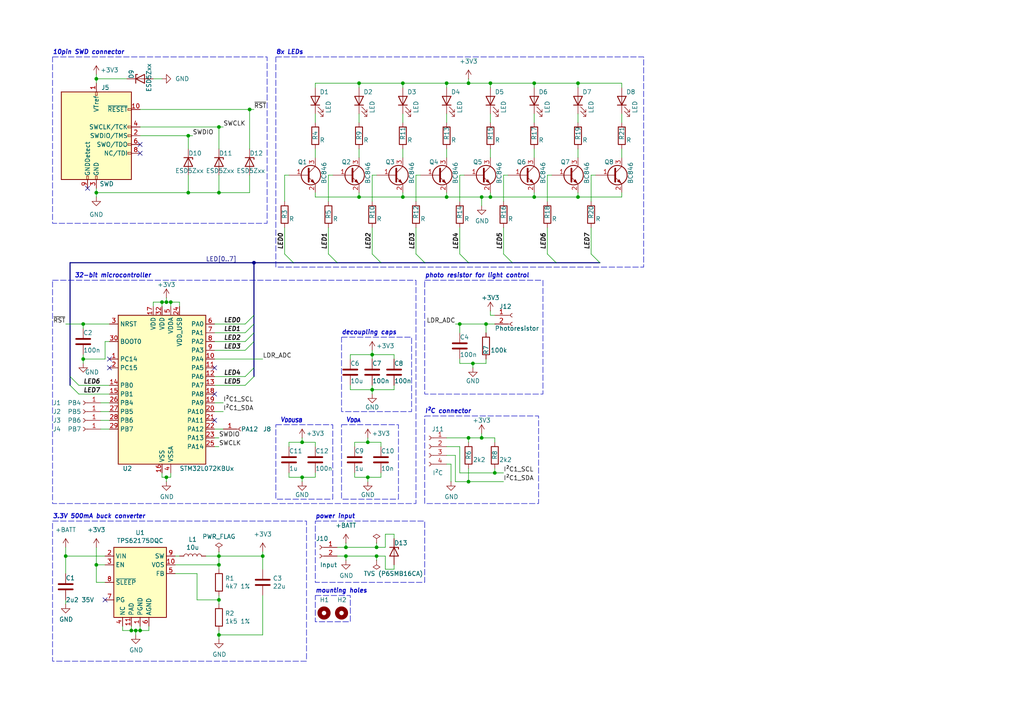
<source format=kicad_sch>
(kicad_sch (version 20231120) (generator "eeschema") (generator_version "8.0")
  (paper "A4")
  (junction (at 106.68 128.27))
  (junction (at 109.22 161.29))
  (junction (at 116.84 24.13))
  (junction (at 135.89 139.7))
  (junction (at 129.54 57.15))
  (junction (at 139.7 127))
  (junction (at 154.94 24.13))
  (junction (at 24.13 93.98))
  (junction (at 38.1 182.88))
  (junction (at 107.95 102.87))
  (junction (at 48.26 87.63))
  (junction (at 129.54 24.13))
  (junction (at 167.64 57.15))
  (junction (at 49.53 87.63))
  (junction (at 46.99 87.63))
  (junction (at 72.39 31.75))
  (junction (at 107.95 113.03))
  (junction (at 154.94 57.15))
  (junction (at 76.2 161.29))
  (junction (at 54.61 39.37))
  (junction (at 142.24 57.15))
  (junction (at 27.94 55.88))
  (junction (at 116.84 57.15))
  (junction (at 63.5 184.15))
  (junction (at 133.35 93.98))
  (junction (at 100.33 158.75))
  (junction (at 137.16 105.41))
  (junction (at 24.13 104.14))
  (junction (at 139.7 57.15))
  (junction (at 109.22 158.75))
  (junction (at 39.37 182.88))
  (junction (at 54.61 55.88))
  (junction (at 104.14 57.15))
  (junction (at 40.64 182.88))
  (junction (at 63.5 173.99))
  (junction (at 135.89 127))
  (junction (at 27.94 22.86))
  (junction (at 167.64 24.13))
  (junction (at 87.63 138.43))
  (junction (at 106.68 138.43))
  (junction (at 63.5 36.83))
  (junction (at 87.63 128.27))
  (junction (at 63.5 161.29))
  (junction (at 135.89 24.13))
  (junction (at 100.33 161.29))
  (junction (at 104.14 24.13))
  (junction (at 73.66 76.2))
  (junction (at 143.51 137.16))
  (junction (at 63.5 163.83))
  (junction (at 27.94 163.83))
  (junction (at 142.24 24.13))
  (junction (at 19.05 161.29))
  (junction (at 48.26 138.43))
  (junction (at 140.97 93.98))
  (junction (at 63.5 55.88))
  (no_connect (at 62.23 114.3))
  (no_connect (at 31.75 106.68))
  (no_connect (at 25.4 54.61))
  (no_connect (at 31.75 104.14))
  (no_connect (at 62.23 106.68))
  (no_connect (at 30.48 173.99))
  (no_connect (at 62.23 121.92))
  (no_connect (at 40.64 44.45))
  (no_connect (at 40.64 41.91))
  (bus_entry (at 82.55 73.66) (size 2.54 2.54))
  (bus_entry (at 158.75 73.66) (size 2.54 2.54))
  (bus_entry (at 107.95 73.66) (size 2.54 2.54))
  (bus_entry (at 71.12 101.6) (size 2.54 -2.54))
  (bus_entry (at 95.25 73.66) (size 2.54 2.54))
  (bus_entry (at 71.12 109.22) (size 2.54 -2.54))
  (bus_entry (at 71.12 93.98) (size 2.54 -2.54))
  (bus_entry (at 22.86 111.76) (size -2.54 -2.54))
  (bus_entry (at 171.45 73.66) (size 2.54 2.54))
  (bus_entry (at 120.65 73.66) (size 2.54 2.54))
  (bus_entry (at 71.12 111.76) (size 2.54 -2.54))
  (bus_entry (at 22.86 114.3) (size -2.54 -2.54))
  (bus_entry (at 133.35 73.66) (size 2.54 2.54))
  (bus_entry (at 146.05 73.66) (size 2.54 2.54))
  (bus_entry (at 71.12 96.52) (size 2.54 -2.54))
  (bus_entry (at 71.12 99.06) (size 2.54 -2.54))
  (wire (pts (xy 154.94 33.02) (xy 154.94 35.56)))
  (wire (pts (xy 111.76 158.75) (xy 111.76 154.94)))
  (wire (pts (xy 97.79 158.75) (xy 100.33 158.75)))
  (wire (pts (xy 146.05 66.04) (xy 146.05 73.66)))
  (wire (pts (xy 29.21 121.92) (xy 31.75 121.92)))
  (wire (pts (xy 129.54 132.08) (xy 132.08 132.08)))
  (wire (pts (xy 40.64 39.37) (xy 54.61 39.37)))
  (wire (pts (xy 63.5 175.26) (xy 63.5 173.99)))
  (bus (pts (xy 20.32 76.2) (xy 73.66 76.2)))
  (wire (pts (xy 106.68 128.27) (xy 110.49 128.27)))
  (wire (pts (xy 76.2 161.29) (xy 76.2 165.1)))
  (wire (pts (xy 62.23 101.6) (xy 71.12 101.6)))
  (wire (pts (xy 139.7 57.15) (xy 142.24 57.15)))
  (wire (pts (xy 104.14 55.88) (xy 104.14 57.15)))
  (wire (pts (xy 167.64 57.15) (xy 180.34 57.15)))
  (wire (pts (xy 104.14 57.15) (xy 116.84 57.15)))
  (wire (pts (xy 158.75 50.8) (xy 160.02 50.8)))
  (wire (pts (xy 104.14 33.02) (xy 104.14 35.56)))
  (wire (pts (xy 27.94 163.83) (xy 30.48 163.83)))
  (wire (pts (xy 87.63 138.43) (xy 91.44 138.43)))
  (wire (pts (xy 107.95 102.87) (xy 114.3 102.87)))
  (wire (pts (xy 72.39 55.88) (xy 72.39 50.8)))
  (wire (pts (xy 38.1 182.88) (xy 39.37 182.88)))
  (wire (pts (xy 27.94 55.88) (xy 27.94 57.15)))
  (wire (pts (xy 167.64 43.18) (xy 167.64 45.72)))
  (wire (pts (xy 130.81 139.7) (xy 130.81 134.62)))
  (bus (pts (xy 20.32 111.76) (xy 20.32 109.22)))
  (wire (pts (xy 171.45 66.04) (xy 171.45 73.66)))
  (bus (pts (xy 73.66 96.52) (xy 73.66 99.06)))
  (wire (pts (xy 27.94 168.91) (xy 30.48 168.91)))
  (wire (pts (xy 19.05 158.75) (xy 19.05 161.29)))
  (wire (pts (xy 114.3 111.76) (xy 114.3 113.03)))
  (wire (pts (xy 142.24 57.15) (xy 154.94 57.15)))
  (wire (pts (xy 129.54 55.88) (xy 129.54 57.15)))
  (wire (pts (xy 27.94 163.83) (xy 27.94 168.91)))
  (wire (pts (xy 139.7 125.73) (xy 139.7 127)))
  (wire (pts (xy 111.76 165.1) (xy 114.3 165.1)))
  (wire (pts (xy 107.95 101.6) (xy 107.95 102.87)))
  (wire (pts (xy 38.1 181.61) (xy 38.1 182.88)))
  (wire (pts (xy 40.64 31.75) (xy 72.39 31.75)))
  (bus (pts (xy 135.89 76.2) (xy 148.59 76.2)))
  (wire (pts (xy 100.33 157.48) (xy 100.33 158.75)))
  (wire (pts (xy 29.21 119.38) (xy 31.75 119.38)))
  (wire (pts (xy 102.87 128.27) (xy 102.87 129.54)))
  (wire (pts (xy 97.79 161.29) (xy 100.33 161.29)))
  (wire (pts (xy 132.08 139.7) (xy 135.89 139.7)))
  (wire (pts (xy 72.39 31.75) (xy 72.39 43.18)))
  (wire (pts (xy 109.22 158.75) (xy 100.33 158.75)))
  (wire (pts (xy 114.3 163.83) (xy 114.3 165.1)))
  (wire (pts (xy 19.05 175.26) (xy 19.05 173.99)))
  (wire (pts (xy 63.5 163.83) (xy 63.5 161.29)))
  (wire (pts (xy 129.54 127) (xy 135.89 127)))
  (wire (pts (xy 19.05 161.29) (xy 19.05 166.37)))
  (wire (pts (xy 158.75 66.04) (xy 158.75 73.66)))
  (wire (pts (xy 154.94 24.13) (xy 154.94 25.4)))
  (wire (pts (xy 91.44 25.4) (xy 91.44 24.13)))
  (wire (pts (xy 154.94 24.13) (xy 167.64 24.13)))
  (wire (pts (xy 40.64 181.61) (xy 40.64 182.88)))
  (wire (pts (xy 143.51 137.16) (xy 143.51 135.89)))
  (wire (pts (xy 100.33 161.29) (xy 109.22 161.29)))
  (wire (pts (xy 62.23 124.46) (xy 64.77 124.46)))
  (wire (pts (xy 129.54 134.62) (xy 130.81 134.62)))
  (wire (pts (xy 54.61 39.37) (xy 54.61 43.18)))
  (wire (pts (xy 114.3 154.94) (xy 114.3 156.21)))
  (wire (pts (xy 146.05 139.7) (xy 135.89 139.7)))
  (bus (pts (xy 73.66 99.06) (xy 73.66 106.68)))
  (wire (pts (xy 106.68 138.43) (xy 106.68 139.7)))
  (wire (pts (xy 132.08 93.98) (xy 133.35 93.98)))
  (wire (pts (xy 135.89 24.13) (xy 142.24 24.13)))
  (wire (pts (xy 154.94 43.18) (xy 154.94 45.72)))
  (wire (pts (xy 48.26 87.63) (xy 49.53 87.63)))
  (wire (pts (xy 82.55 66.04) (xy 82.55 73.66)))
  (wire (pts (xy 133.35 105.41) (xy 137.16 105.41)))
  (wire (pts (xy 171.45 50.8) (xy 171.45 58.42)))
  (bus (pts (xy 97.79 76.2) (xy 110.49 76.2)))
  (wire (pts (xy 167.64 33.02) (xy 167.64 35.56)))
  (wire (pts (xy 106.68 138.43) (xy 110.49 138.43)))
  (wire (pts (xy 107.95 66.04) (xy 107.95 73.66)))
  (wire (pts (xy 133.35 96.52) (xy 133.35 93.98)))
  (wire (pts (xy 111.76 161.29) (xy 111.76 165.1)))
  (wire (pts (xy 107.95 50.8) (xy 109.22 50.8)))
  (wire (pts (xy 39.37 184.15) (xy 39.37 182.88)))
  (wire (pts (xy 110.49 128.27) (xy 110.49 129.54)))
  (wire (pts (xy 76.2 172.72) (xy 76.2 184.15)))
  (wire (pts (xy 172.72 50.8) (xy 171.45 50.8)))
  (bus (pts (xy 85.09 76.2) (xy 97.79 76.2)))
  (wire (pts (xy 91.44 43.18) (xy 91.44 45.72)))
  (wire (pts (xy 54.61 55.88) (xy 54.61 50.8)))
  (wire (pts (xy 50.8 163.83) (xy 63.5 163.83)))
  (wire (pts (xy 62.23 93.98) (xy 71.12 93.98)))
  (wire (pts (xy 129.54 43.18) (xy 129.54 45.72)))
  (wire (pts (xy 180.34 33.02) (xy 180.34 35.56)))
  (wire (pts (xy 116.84 55.88) (xy 116.84 57.15)))
  (wire (pts (xy 57.15 166.37) (xy 50.8 166.37)))
  (wire (pts (xy 101.6 102.87) (xy 107.95 102.87)))
  (wire (pts (xy 135.89 127) (xy 139.7 127)))
  (wire (pts (xy 142.24 24.13) (xy 154.94 24.13)))
  (wire (pts (xy 24.13 93.98) (xy 24.13 95.25)))
  (wire (pts (xy 35.56 181.61) (xy 35.56 182.88)))
  (wire (pts (xy 116.84 24.13) (xy 129.54 24.13)))
  (wire (pts (xy 139.7 127) (xy 143.51 127)))
  (wire (pts (xy 139.7 57.15) (xy 139.7 59.69)))
  (wire (pts (xy 24.13 102.87) (xy 24.13 104.14)))
  (wire (pts (xy 133.35 129.54) (xy 129.54 129.54)))
  (wire (pts (xy 158.75 58.42) (xy 158.75 50.8)))
  (wire (pts (xy 111.76 154.94) (xy 114.3 154.94)))
  (wire (pts (xy 52.07 87.63) (xy 52.07 88.9)))
  (wire (pts (xy 135.89 128.27) (xy 135.89 127)))
  (bus (pts (xy 110.49 76.2) (xy 123.19 76.2)))
  (wire (pts (xy 107.95 113.03) (xy 114.3 113.03)))
  (wire (pts (xy 116.84 43.18) (xy 116.84 45.72)))
  (wire (pts (xy 109.22 158.75) (xy 111.76 158.75)))
  (wire (pts (xy 87.63 128.27) (xy 91.44 128.27)))
  (bus (pts (xy 73.66 76.2) (xy 85.09 76.2)))
  (wire (pts (xy 91.44 137.16) (xy 91.44 138.43)))
  (wire (pts (xy 134.62 50.8) (xy 133.35 50.8)))
  (wire (pts (xy 27.94 55.88) (xy 54.61 55.88)))
  (wire (pts (xy 135.89 139.7) (xy 135.89 135.89)))
  (wire (pts (xy 62.23 111.76) (xy 71.12 111.76)))
  (wire (pts (xy 120.65 66.04) (xy 120.65 73.66)))
  (wire (pts (xy 30.48 104.14) (xy 30.48 99.06)))
  (wire (pts (xy 95.25 66.04) (xy 95.25 73.66)))
  (wire (pts (xy 57.15 173.99) (xy 57.15 166.37)))
  (wire (pts (xy 43.18 182.88) (xy 43.18 181.61)))
  (wire (pts (xy 83.82 137.16) (xy 83.82 138.43)))
  (wire (pts (xy 83.82 128.27) (xy 87.63 128.27)))
  (wire (pts (xy 83.82 128.27) (xy 83.82 129.54)))
  (wire (pts (xy 106.68 128.27) (xy 102.87 128.27)))
  (wire (pts (xy 91.44 55.88) (xy 91.44 57.15)))
  (wire (pts (xy 101.6 113.03) (xy 107.95 113.03)))
  (wire (pts (xy 24.13 93.98) (xy 31.75 93.98)))
  (wire (pts (xy 142.24 90.17) (xy 142.24 91.44)))
  (wire (pts (xy 109.22 161.29) (xy 111.76 161.29)))
  (wire (pts (xy 62.23 129.54) (xy 63.5 129.54)))
  (bus (pts (xy 73.66 106.68) (xy 73.66 109.22)))
  (wire (pts (xy 48.26 138.43) (xy 49.53 138.43)))
  (wire (pts (xy 142.24 43.18) (xy 142.24 45.72)))
  (wire (pts (xy 31.75 114.3) (xy 22.86 114.3)))
  (wire (pts (xy 146.05 137.16) (xy 143.51 137.16)))
  (wire (pts (xy 116.84 33.02) (xy 116.84 35.56)))
  (bus (pts (xy 73.66 93.98) (xy 73.66 96.52)))
  (wire (pts (xy 62.23 116.84) (xy 64.77 116.84)))
  (bus (pts (xy 73.66 91.44) (xy 73.66 93.98)))
  (wire (pts (xy 63.5 55.88) (xy 54.61 55.88)))
  (wire (pts (xy 46.99 87.63) (xy 48.26 87.63)))
  (wire (pts (xy 154.94 57.15) (xy 167.64 57.15)))
  (wire (pts (xy 62.23 96.52) (xy 71.12 96.52)))
  (wire (pts (xy 27.94 54.61) (xy 27.94 55.88)))
  (wire (pts (xy 101.6 111.76) (xy 101.6 113.03)))
  (wire (pts (xy 167.64 24.13) (xy 167.64 25.4)))
  (wire (pts (xy 49.53 137.16) (xy 49.53 138.43)))
  (wire (pts (xy 129.54 24.13) (xy 129.54 25.4)))
  (wire (pts (xy 35.56 182.88) (xy 38.1 182.88)))
  (wire (pts (xy 19.05 161.29) (xy 30.48 161.29)))
  (wire (pts (xy 83.82 138.43) (xy 87.63 138.43)))
  (wire (pts (xy 62.23 127) (xy 63.5 127)))
  (wire (pts (xy 76.2 160.02) (xy 76.2 161.29)))
  (wire (pts (xy 146.05 58.42) (xy 146.05 50.8)))
  (wire (pts (xy 19.05 93.98) (xy 24.13 93.98)))
  (wire (pts (xy 31.75 111.76) (xy 22.86 111.76)))
  (wire (pts (xy 63.5 173.99) (xy 57.15 173.99)))
  (wire (pts (xy 24.13 104.14) (xy 24.13 105.41)))
  (bus (pts (xy 148.59 76.2) (xy 161.29 76.2)))
  (wire (pts (xy 87.63 138.43) (xy 87.63 139.7)))
  (wire (pts (xy 106.68 138.43) (xy 102.87 138.43)))
  (wire (pts (xy 62.23 119.38) (xy 64.77 119.38)))
  (wire (pts (xy 29.21 124.46) (xy 31.75 124.46)))
  (wire (pts (xy 142.24 33.02) (xy 142.24 35.56)))
  (wire (pts (xy 140.97 93.98) (xy 140.97 96.52)))
  (wire (pts (xy 59.69 161.29) (xy 63.5 161.29)))
  (wire (pts (xy 48.26 138.43) (xy 48.26 139.7)))
  (wire (pts (xy 140.97 93.98) (xy 143.51 93.98)))
  (wire (pts (xy 133.35 66.04) (xy 133.35 73.66)))
  (wire (pts (xy 27.94 22.86) (xy 27.94 24.13)))
  (wire (pts (xy 46.99 87.63) (xy 46.99 88.9)))
  (wire (pts (xy 49.53 87.63) (xy 49.53 88.9)))
  (wire (pts (xy 49.53 87.63) (xy 52.07 87.63)))
  (wire (pts (xy 129.54 57.15) (xy 139.7 57.15)))
  (wire (pts (xy 132.08 132.08) (xy 132.08 139.7)))
  (wire (pts (xy 167.64 24.13) (xy 180.34 24.13)))
  (wire (pts (xy 27.94 158.75) (xy 27.94 163.83)))
  (wire (pts (xy 30.48 99.06) (xy 31.75 99.06)))
  (wire (pts (xy 40.64 36.83) (xy 63.5 36.83)))
  (wire (pts (xy 91.44 128.27) (xy 91.44 129.54)))
  (wire (pts (xy 154.94 55.88) (xy 154.94 57.15)))
  (wire (pts (xy 116.84 24.13) (xy 116.84 25.4)))
  (bus (pts (xy 161.29 76.2) (xy 173.99 76.2)))
  (wire (pts (xy 180.34 43.18) (xy 180.34 45.72)))
  (wire (pts (xy 87.63 127) (xy 87.63 128.27)))
  (wire (pts (xy 63.5 161.29) (xy 76.2 161.29)))
  (wire (pts (xy 63.5 185.42) (xy 63.5 184.15)))
  (wire (pts (xy 82.55 58.42) (xy 82.55 50.8)))
  (wire (pts (xy 180.34 57.15) (xy 180.34 55.88)))
  (wire (pts (xy 116.84 57.15) (xy 129.54 57.15)))
  (wire (pts (xy 167.64 55.88) (xy 167.64 57.15)))
  (wire (pts (xy 27.94 21.59) (xy 27.94 22.86)))
  (wire (pts (xy 44.45 88.9) (xy 44.45 87.63)))
  (wire (pts (xy 142.24 55.88) (xy 142.24 57.15)))
  (wire (pts (xy 29.21 116.84) (xy 31.75 116.84)))
  (wire (pts (xy 101.6 102.87) (xy 101.6 104.14)))
  (wire (pts (xy 46.99 137.16) (xy 46.99 138.43)))
  (wire (pts (xy 63.5 165.1) (xy 63.5 163.83)))
  (wire (pts (xy 142.24 24.13) (xy 142.24 25.4)))
  (wire (pts (xy 44.45 87.63) (xy 46.99 87.63)))
  (wire (pts (xy 104.14 24.13) (xy 116.84 24.13)))
  (wire (pts (xy 114.3 102.87) (xy 114.3 104.14)))
  (wire (pts (xy 107.95 102.87) (xy 107.95 104.14)))
  (wire (pts (xy 46.99 22.86) (xy 44.45 22.86)))
  (wire (pts (xy 54.61 39.37) (xy 55.88 39.37)))
  (wire (pts (xy 106.68 127) (xy 106.68 128.27)))
  (wire (pts (xy 120.65 50.8) (xy 121.92 50.8)))
  (bus (pts (xy 73.66 76.2) (xy 73.66 91.44)))
  (wire (pts (xy 63.5 36.83) (xy 64.77 36.83)))
  (wire (pts (xy 133.35 104.14) (xy 133.35 105.41)))
  (wire (pts (xy 143.51 137.16) (xy 133.35 137.16)))
  (wire (pts (xy 135.89 22.86) (xy 135.89 24.13)))
  (bus (pts (xy 20.32 109.22) (xy 20.32 76.2)))
  (wire (pts (xy 137.16 105.41) (xy 137.16 106.68)))
  (wire (pts (xy 109.22 157.48) (xy 109.22 158.75)))
  (wire (pts (xy 133.35 50.8) (xy 133.35 58.42)))
  (wire (pts (xy 63.5 36.83) (xy 63.5 43.18)))
  (wire (pts (xy 63.5 55.88) (xy 72.39 55.88)))
  (wire (pts (xy 107.95 111.76) (xy 107.95 113.03)))
  (wire (pts (xy 48.26 86.36) (xy 48.26 87.63)))
  (wire (pts (xy 107.95 113.03) (xy 107.95 114.3)))
  (wire (pts (xy 72.39 31.75) (xy 73.66 31.75)))
  (wire (pts (xy 133.35 137.16) (xy 133.35 129.54)))
  (wire (pts (xy 63.5 173.99) (xy 63.5 172.72)))
  (wire (pts (xy 63.5 50.8) (xy 63.5 55.88)))
  (wire (pts (xy 109.22 161.29) (xy 109.22 162.56)))
  (wire (pts (xy 140.97 104.14) (xy 140.97 105.41)))
  (wire (pts (xy 95.25 50.8) (xy 95.25 58.42)))
  (wire (pts (xy 104.14 24.13) (xy 104.14 25.4)))
  (wire (pts (xy 129.54 33.02) (xy 129.54 35.56)))
  (wire (pts (xy 62.23 99.06) (xy 71.12 99.06)))
  (wire (pts (xy 100.33 161.29) (xy 100.33 162.56)))
  (wire (pts (xy 137.16 105.41) (xy 140.97 105.41)))
  (wire (pts (xy 110.49 137.16) (xy 110.49 138.43)))
  (wire (pts (xy 180.34 24.13) (xy 180.34 25.4)))
  (wire (pts (xy 63.5 161.29) (xy 63.5 160.02)))
  (wire (pts (xy 104.14 43.18) (xy 104.14 45.72)))
  (wire (pts (xy 62.23 104.14) (xy 76.2 104.14)))
  (wire (pts (xy 143.51 127) (xy 143.51 128.27)))
  (wire (pts (xy 40.64 182.88) (xy 43.18 182.88)))
  (wire (pts (xy 36.83 22.86) (xy 27.94 22.86)))
  (wire (pts (xy 63.5 184.15) (xy 63.5 182.88)))
  (wire (pts (xy 24.13 104.14) (xy 30.48 104.14)))
  (wire (pts (xy 39.37 182.88) (xy 40.64 182.88)))
  (wire (pts (xy 91.44 33.02) (xy 91.44 35.56)))
  (wire (pts (xy 146.05 50.8) (xy 147.32 50.8)))
  (wire (pts (xy 96.52 50.8) (xy 95.25 50.8)))
  (wire (pts (xy 91.44 57.15) (xy 104.14 57.15)))
  (wire (pts (xy 129.54 24.13) (xy 135.89 24.13)))
  (wire (pts (xy 62.23 109.22) (xy 71.12 109.22)))
  (wire (pts (xy 107.95 58.42) (xy 107.95 50.8)))
  (wire (pts (xy 52.07 161.29) (xy 50.8 161.29)))
  (wire (pts (xy 46.99 138.43) (xy 48.26 138.43)))
  (wire (pts (xy 102.87 137.16) (xy 102.87 138.43)))
  (wire (pts (xy 91.44 24.13) (xy 104.14 24.13)))
  (wire (pts (xy 82.55 50.8) (xy 83.82 50.8)))
  (bus (pts (xy 123.19 76.2) (xy 135.89 76.2)))
  (wire (pts (xy 120.65 58.42) (xy 120.65 50.8)))
  (wire (pts (xy 133.35 93.98) (xy 140.97 93.98)))
  (wire (pts (xy 143.51 91.44) (xy 142.24 91.44)))
  (wire (pts (xy 76.2 184.15) (xy 63.5 184.15)))
  (rectangle (start 91.44 151.13) (end 123.19 168.91) (stroke (width 0) (type dash)))
  (rectangle (start 80.01 123.19) (end 96.52 144.78) (stroke (width 0) (type dash)))
  (rectangle (start 80.01 16.51) (end 186.69 77.47) (stroke (width 0) (type dash)))
  (rectangle (start 123.19 81.28) (end 157.48 114.3) (stroke (width 0) (type dash)))
  (rectangle (start 91.44 172.72) (end 101.6 180.34) (stroke (width 0) (type dash)))
  (rectangle (start 15.24 81.28) (end 120.65 146.05) (stroke (width 0) (type dash)))
  (rectangle (start 99.06 123.19) (end 115.57 144.78) (stroke (width 0) (type dash)))
  (rectangle (start 99.06 97.79) (end 119.38 119.38) (stroke (width 0) (type dash)))
  (rectangle (start 15.24 151.13) (end 88.9 191.77) (stroke (width 0) (type dash)))
  (rectangle (start 15.24 16.51) (end 77.47 64.77) (stroke (width 0) (type dash)))
  (rectangle (start 123.19 120.65) (end 156.21 146.05) (stroke (width 0) (type dash)))
  (text "power input" (at 91.44 149.86 0) (effects (font (size 1.27 1.27) (thickness 0.254) (bold yes) (italic yes)) (justify left)))
  (text "mounting holes" (at 91.44 171.45 0) (effects (font (size 1.27 1.27) (thickness 0.254) (bold yes) (italic yes)) (justify left)))
  (text "3.3V 500mA buck converter" (at 15.24 149.86 0) (effects (font (size 1.27 1.27) (thickness 0.254) (bold yes) (italic yes)) (justify left)))
  (text "10pin SWD connector" (at 15.24 15.24 0) (effects (font (size 1.27 1.27) (thickness 0.254) (bold yes) (italic yes)) (justify left)))
  (text "8x LEDs" (at 80.01 15.24 0) (effects (font (size 1.27 1.27) (thickness 0.254) (bold yes) (italic yes)) (justify left)))
  (text "V_{DDA}" (at 100.33 121.92 0) (effects (font (size 1.27 1.27) (thickness 0.254) (bold yes) (italic yes)) (justify left)))
  (text "32-bit microcontroller" (at 21.59 80.01 0) (effects (font (size 1.27 1.27) (thickness 0.254) (bold yes) (italic yes)) (justify left)))
  (text "decoupling caps" (at 99.06 96.52 0) (effects (font (size 1.27 1.27) (thickness 0.254) (bold yes) (italic yes)) (justify left)))
  (text "V_{DDUSB}\n" (at 81.28 121.92 0) (effects (font (size 1.27 1.27) (thickness 0.254) (bold yes) (italic yes)) (justify left)))
  (text "photo resistor for light control" (at 123.19 80.01 0) (effects (font (size 1.27 1.27) (thickness 0.254) (bold yes) (italic yes)) (justify left)))
  (text "I²C connector" (at 123.19 119.38 0) (effects (font (size 1.27 1.27) (thickness 0.254) (bold yes) (italic yes)) (justify left)))
  (label "I²C1_SDA" (at 146.05 139.7 0))
  (label "LED7" (at 171.45 72.39 90) (effects (font (bold yes) (italic yes))))
  (label "I²C1_SDA" (at 64.77 119.38 0))
  (label "~{RST}" (at 19.05 93.98 180))
  (label "LED[0..7]" (at 59.69 76.2 0))
  (label "LED3" (at 120.65 72.39 90) (effects (font (bold yes) (italic yes))))
  (label "LED1" (at 69.85 96.52 180) (effects (font (bold yes) (italic yes))))
  (label "LED7" (at 24.13 114.3 0) (effects (font (bold yes) (italic yes))))
  (label "LED0" (at 69.85 93.98 180) (effects (font (bold yes) (italic yes))))
  (label "LED1" (at 95.25 72.39 90) (effects (font (bold yes) (italic yes))))
  (label "LED4" (at 69.85 109.22 180) (effects (font (bold yes) (italic yes))))
  (label "LED5" (at 69.85 111.76 180) (effects (font (bold yes) (italic yes))))
  (label "LDR_ADC" (at 76.2 104.14 0))
  (label "SWCLK" (at 64.77 36.83 0))
  (label "LED5" (at 146.05 72.39 90) (effects (font (bold yes) (italic yes))))
  (label "LED6" (at 24.13 111.76 0) (effects (font (bold yes) (italic yes))))
  (label "LED3" (at 69.85 101.6 180) (effects (font (bold yes) (italic yes))))
  (label "I²C1_SCL" (at 64.77 116.84 0))
  (label "LED6" (at 158.75 72.39 90) (effects (font (bold yes) (italic yes))))
  (label "I²C1_SCL" (at 146.05 137.16 0))
  (label "SWDIO" (at 55.88 39.37 0))
  (label "LED0" (at 82.55 72.39 90) (effects (font (bold yes) (italic yes))))
  (label "LED4" (at 133.35 72.39 90) (effects (font (bold yes) (italic yes))))
  (label "SWDIO" (at 63.5 127 0))
  (label "~{RST}" (at 73.66 31.75 0))
  (label "LED2" (at 107.95 72.39 90) (effects (font (bold yes) (italic yes))))
  (label "LDR_ADC" (at 132.08 93.98 180))
  (label "LED2" (at 69.85 99.06 180) (effects (font (bold yes) (italic yes))))
  (label "SWCLK" (at 63.5 129.54 0))
  (symbol (lib_id "power:GND") (at 100.33 162.56 0) (unit 1)
    (property "Reference" "#PWR015" (effects (hide yes)))
    (property "Value" "GND" (at 100.457 166.9542 0))
    (property "Description" "Power symbol creates a global label with name \"GND\" , ground" (effects (hide yes)))
  )
  (symbol (lib_id "Device:R") (at 146.05 62.23 0) (unit 1)
    (property "Reference" "R16" (at 146.05 63.5 90) (effects (justify left)))
    (property "Value" "R" (at 147.32 63.5 0) (effects (justify left)))
    (property "Footprint" "Resistor_SMD:R_0603_1608Metric_Pad0.98x0.95mm_HandSolder" (effects (hide yes)))
    (property "Description" "Resistor" (effects (hide yes)))
  )
  (symbol (lib_id "Device:L") (at 55.88 161.29 90) (unit 1)
    (property "Reference" "L1" (at 55.88 156.464 90))
    (property "Value" "10u" (at 55.88 158.7754 90))
    (property "Footprint" "Inductor_SMD:L_1210_3225Metric" (effects (hide yes)))
    (property "Description" "Inductor" (effects (hide yes)))
  )
  (symbol (lib_id "Connector:Conn_01x01_Socket") (at 24.13 116.84 180) (unit 1)
    (property "Reference" "J1" (at 16.51 116.84 0))
    (property "Value" "PB4" (at 21.59 116.84 0))
    (property "Footprint" "Connector_PinHeader_2.54mm:PinHeader_1x01_P2.54mm_Vertical" (effects (hide yes)))
    (property "Description" "Generic connector, single row, 01x01, script generated" (effects (hide yes)))
  )
  (symbol (lib_id "Transistor_BJT:BC847") (at 152.4 50.8 0) (unit 1)
    (property "Reference" "Q6" (at 149.86 46.99 0) (effects (justify left)))
    (property "Value" "BC846" (at 157.48 53.34 90) (effects (justify left)))
    (property "Footprint" "Package_TO_SOT_SMD:SOT-23" (effects (hide yes)))
    (property "Datasheet" "http://www.infineon.com/dgdl/Infineon-BC847SERIES_BC848SERIES_BC849SERIES_BC850SERIES-DS-v01_01-en.pdf?fileId=db3a304314dca389011541d4630a1657" (effects (hide yes)))
    (property "Description" "0.1A Ic, 45V Vce, NPN Transistor, SOT-23" (effects (hide yes)))
  )
  (symbol (lib_id "Device:C") (at 114.3 107.95 0) (unit 1)
    (property "Reference" "C8" (at 114.3 105.41 0) (effects (justify left)))
    (property "Value" "100n" (at 114.3 110.49 0) (effects (justify left)))
    (property "Footprint" "Capacitor_SMD:C_0603_1608Metric_Pad1.08x0.95mm_HandSolder" (effects (hide yes)))
    (property "Description" "Unpolarized capacitor" (effects (hide yes)))
  )
  (symbol (lib_id "Device:R") (at 63.5 179.07 0) (unit 1)
    (property "Reference" "R2" (at 65.278 177.9016 0) (effects (justify left)))
    (property "Value" "1k5 1%" (at 65.278 180.213 0) (effects (justify left)))
    (property "Footprint" "Resistor_SMD:R_0603_1608Metric_Pad0.98x0.95mm_HandSolder" (effects (hide yes)))
    (property "Description" "Resistor" (effects (hide yes)))
  )
  (symbol (lib_id "Device:R") (at 154.94 39.37 0) (unit 1)
    (property "Reference" "R17" (at 154.94 40.64 90) (effects (justify left)))
    (property "Value" "R" (at 156.21 40.64 0) (effects (justify left)))
    (property "Footprint" "Resistor_SMD:R_0603_1608Metric_Pad0.98x0.95mm_HandSolder" (effects (hide yes)))
    (property "Description" "Resistor" (effects (hide yes)))
  )
  (symbol (lib_id "power:GND") (at 139.7 59.69 0) (unit 1)
    (property "Reference" "#PWR020" (effects (hide yes)))
    (property "Value" "GND" (at 139.827 64.0842 0))
    (property "Description" "Power symbol creates a global label with name \"GND\" , ground" (effects (hide yes)))
  )
  (symbol (lib_id "Diode:ESD5Zxx") (at 63.5 46.99 270) (unit 1)
    (property "Reference" "D11" (at 63.5 44.45 90) (effects (justify left)))
    (property "Value" "ESD5Zxx" (at 59.69 49.53 90) (effects (justify left)))
    (property "Footprint" "Diode_SMD:D_SOD-523" (effects (hide yes)))
    (property "Datasheet" "https://www.onsemi.com/pdf/datasheet/esd5z2.5t1-d.pdf" (effects (hide yes)))
    (property "Description" "ESD Protection Diode, SOD-523" (effects (hide yes)))
  )
  (symbol (lib_id "Device:C") (at 24.13 99.06 0) (unit 1)
    (property "Reference" "C2" (at 24.13 96.52 0) (effects (justify left)))
    (property "Value" "100n" (at 24.13 101.6 0) (effects (justify left)))
    (property "Footprint" "Capacitor_SMD:C_0603_1608Metric_Pad1.08x0.95mm_HandSolder" (effects (hide yes)))
    (property "Description" "Unpolarized capacitor" (effects (hide yes)))
  )
  (symbol (lib_id "Device:LED") (at 91.44 29.21 90) (unit 1)
    (property "Reference" "D1" (at 92.71 26.67 90) (effects (justify right)))
    (property "Value" "LED" (at 95.25 29.21 0) (effects (justify right)))
    (property "Footprint" "LED_THT:LED_D5.0mm_Horizontal_O3.81mm_Z3.0mm" (effects (hide yes)))
    (property "Description" "Light emitting diode" (effects (hide yes)))
  )
  (symbol (lib_id "Transistor_BJT:BC847") (at 88.9 50.8 0) (unit 1)
    (property "Reference" "Q1" (at 86.36 46.99 0) (effects (justify left)))
    (property "Value" "BC846" (at 93.98 53.34 90) (effects (justify left)))
    (property "Footprint" "Package_TO_SOT_SMD:SOT-23" (effects (hide yes)))
    (property "Datasheet" "http://www.infineon.com/dgdl/Infineon-BC847SERIES_BC848SERIES_BC849SERIES_BC850SERIES-DS-v01_01-en.pdf?fileId=db3a304314dca389011541d4630a1657" (effects (hide yes)))
    (property "Description" "0.1A Ic, 45V Vce, NPN Transistor, SOT-23" (effects (hide yes)))
  )
  (symbol (lib_id "power:+3V3") (at 106.68 127 0) (unit 1)
    (property "Reference" "#PWR021" (effects (hide yes)))
    (property "Value" "+3V3" (at 110.49 125.73 0))
    (property "Description" "Power symbol creates a global label with name \"+3V3\"" (effects (hide yes)))
  )
  (symbol (lib_id "Transistor_BJT:BC847") (at 177.8 50.8 0) (unit 1)
    (property "Reference" "Q8" (at 175.26 46.99 0) (effects (justify left)))
    (property "Value" "BC846" (at 182.88 53.34 90) (effects (justify left)))
    (property "Footprint" "Package_TO_SOT_SMD:SOT-23" (effects (hide yes)))
    (property "Datasheet" "http://www.infineon.com/dgdl/Infineon-BC847SERIES_BC848SERIES_BC849SERIES_BC850SERIES-DS-v01_01-en.pdf?fileId=db3a304314dca389011541d4630a1657" (effects (hide yes)))
    (property "Description" "0.1A Ic, 45V Vce, NPN Transistor, SOT-23" (effects (hide yes)))
  )
  (symbol (lib_id "power:+3V3") (at 27.94 158.75 0) (unit 1)
    (property "Reference" "#PWR06" (effects (hide yes)))
    (property "Value" "+3V3" (at 27.94 153.67 0))
    (property "Description" "Power symbol creates a global label with name \"+3V3\"" (effects (hide yes)))
  )
  (symbol (lib_id "Transistor_BJT:BC847") (at 165.1 50.8 0) (unit 1)
    (property "Reference" "Q7" (at 162.56 46.99 0) (effects (justify left)))
    (property "Value" "BC846" (at 170.18 53.34 90) (effects (justify left)))
    (property "Footprint" "Package_TO_SOT_SMD:SOT-23" (effects (hide yes)))
    (property "Datasheet" "http://www.infineon.com/dgdl/Infineon-BC847SERIES_BC848SERIES_BC849SERIES_BC850SERIES-DS-v01_01-en.pdf?fileId=db3a304314dca389011541d4630a1657" (effects (hide yes)))
    (property "Description" "0.1A Ic, 45V Vce, NPN Transistor, SOT-23" (effects (hide yes)))
  )
  (symbol (lib_id "Mechanical:MountingHole") (at 99.06 177.8 0) (unit 1) (exclude_from_sim yes) (in_bom no)
    (property "Reference" "H2" (at 97.79 173.99 0) (effects (justify left)))
    (property "Value" "MountingHole" (effects (hide yes)))
    (property "Footprint" "MountingHole:MountingHole_3.2mm_M3_ISO14580" (effects (hide yes)))
    (property "Description" "Mounting Hole without connection" (effects (hide yes)))
  )
  (symbol (lib_id "power:GND") (at 130.81 139.7 0) (unit 1)
    (property "Reference" "#PWR013" (effects (hide yes)))
    (property "Value" "GND" (at 130.937 144.0942 0))
    (property "Description" "Power symbol creates a global label with name \"GND\" , ground" (effects (hide yes)))
  )
  (symbol (lib_id "Device:LED") (at 104.14 29.21 90) (unit 1)
    (property "Reference" "D2" (at 105.41 26.67 90) (effects (justify right)))
    (property "Value" "LED" (at 107.95 29.21 0) (effects (justify right)))
    (property "Footprint" "LED_THT:LED_D5.0mm_Horizontal_O3.81mm_Z3.0mm" (effects (hide yes)))
    (property "Description" "Light emitting diode" (effects (hide yes)))
  )
  (symbol (lib_id "Connector:Conn_01x01_Socket") (at 24.13 121.92 180) (unit 1)
    (property "Reference" "J3" (at 16.51 121.92 0))
    (property "Value" "PB6" (at 21.59 121.92 0))
    (property "Footprint" "Connector_PinHeader_2.54mm:PinHeader_1x01_P2.54mm_Vertical" (effects (hide yes)))
    (property "Description" "Generic connector, single row, 01x01, script generated" (effects (hide yes)))
  )
  (symbol (lib_id "power:GND") (at 87.63 139.7 0) (unit 1)
    (property "Reference" "#PWR025" (effects (hide yes)))
    (property "Value" "GND" (at 87.63 143.51 0))
    (property "Description" "Power symbol creates a global label with name \"GND\" , ground" (effects (hide yes)))
  )
  (symbol (lib_id "Device:R") (at 135.89 132.08 0) (unit 1)
    (property "Reference" "R6" (at 135.89 133.35 90) (effects (justify left)))
    (property "Value" "2k2" (at 137.16 133.35 0) (effects (justify left)))
    (property "Footprint" "Resistor_SMD:R_0603_1608Metric_Pad0.98x0.95mm_HandSolder" (effects (hide yes)))
    (property "Description" "Resistor" (effects (hide yes)))
  )
  (symbol (lib_id "Device:LED") (at 129.54 29.21 90) (unit 1)
    (property "Reference" "D4" (at 130.81 26.67 90) (effects (justify right)))
    (property "Value" "LED" (at 133.35 29.21 0) (effects (justify right)))
    (property "Footprint" "LED_THT:LED_D5.0mm_Horizontal_O3.81mm_Z3.0mm" (effects (hide yes)))
    (property "Description" "Light emitting diode" (effects (hide yes)))
  )
  (symbol (lib_id "Device:R") (at 129.54 39.37 0) (unit 1)
    (property "Reference" "R13" (at 129.54 40.64 90) (effects (justify left)))
    (property "Value" "R" (at 130.81 40.64 0) (effects (justify left)))
    (property "Footprint" "Resistor_SMD:R_0603_1608Metric_Pad0.98x0.95mm_HandSolder" (effects (hide yes)))
    (property "Description" "Resistor" (effects (hide yes)))
  )
  (symbol (lib_id "Connector:Conn_01x01_Socket") (at 24.13 119.38 180) (unit 1)
    (property "Reference" "J2" (at 16.51 119.38 0))
    (property "Value" "PB5" (at 21.59 119.38 0))
    (property "Footprint" "Connector_PinHeader_2.54mm:PinHeader_1x01_P2.54mm_Vertical" (effects (hide yes)))
    (property "Description" "Generic connector, single row, 01x01, script generated" (effects (hide yes)))
  )
  (symbol (lib_id "Device:C") (at 83.82 133.35 0) (unit 1)
    (property "Reference" "C11" (at 83.82 130.81 0) (effects (justify left)))
    (property "Value" "1u" (at 83.82 135.89 0) (effects (justify left)))
    (property "Footprint" "Capacitor_SMD:C_0603_1608Metric_Pad1.08x0.95mm_HandSolder" (effects (hide yes)))
    (property "Description" "Unpolarized capacitor" (effects (hide yes)))
  )
  (symbol (lib_id "Device:LED") (at 180.34 29.21 90) (unit 1)
    (property "Reference" "D8" (at 181.61 26.67 90) (effects (justify right)))
    (property "Value" "LED" (at 184.15 29.21 0) (effects (justify right)))
    (property "Footprint" "LED_THT:LED_D5.0mm_Horizontal_O3.81mm_Z3.0mm" (effects (hide yes)))
    (property "Description" "Light emitting diode" (effects (hide yes)))
  )
  (symbol (lib_id "Transistor_BJT:BC847") (at 101.6 50.8 0) (unit 1)
    (property "Reference" "Q2" (at 99.06 46.99 0) (effects (justify left)))
    (property "Value" "BC846" (at 106.68 53.34 90) (effects (justify left)))
    (property "Footprint" "Package_TO_SOT_SMD:SOT-23" (effects (hide yes)))
    (property "Datasheet" "http://www.infineon.com/dgdl/Infineon-BC847SERIES_BC848SERIES_BC849SERIES_BC850SERIES-DS-v01_01-en.pdf?fileId=db3a304314dca389011541d4630a1657" (effects (hide yes)))
    (property "Description" "0.1A Ic, 45V Vce, NPN Transistor, SOT-23" (effects (hide yes)))
  )
  (symbol (lib_id "Mechanical:MountingHole") (at 93.98 177.8 0) (unit 1) (exclude_from_sim yes) (in_bom no)
    (property "Reference" "H1" (at 92.71 173.99 0) (effects (justify left)))
    (property "Value" "MountingHole" (effects (hide yes)))
    (property "Footprint" "MountingHole:MountingHole_3.2mm_M3_ISO14580" (effects (hide yes)))
    (property "Description" "Mounting Hole without connection" (effects (hide yes)))
  )
  (symbol (lib_id "Connector:Conn_01x01_Socket") (at 24.13 124.46 180) (unit 1)
    (property "Reference" "J4" (at 16.51 124.46 0))
    (property "Value" "PB7" (at 21.59 124.46 0))
    (property "Footprint" "Connector_PinHeader_2.54mm:PinHeader_1x01_P2.54mm_Vertical" (effects (hide yes)))
    (property "Description" "Generic connector, single row, 01x01, script generated" (effects (hide yes)))
  )
  (symbol (lib_id "Device:C") (at 110.49 133.35 0) (unit 1)
    (property "Reference" "C10" (at 110.49 130.81 0) (effects (justify left)))
    (property "Value" "10n" (at 110.49 135.89 0) (effects (justify left)))
    (property "Footprint" "Capacitor_SMD:C_0603_1608Metric_Pad1.08x0.95mm_HandSolder" (effects (hide yes)))
    (property "Description" "Unpolarized capacitor" (effects (hide yes)))
  )
  (symbol (lib_id "power:+3V3") (at 139.7 125.73 0) (unit 1)
    (property "Reference" "#PWR017" (effects (hide yes)))
    (property "Value" "+3V3" (at 139.7 121.92 0))
    (property "Description" "Power symbol creates a global label with name \"+3V3\"" (effects (hide yes)))
  )
  (symbol (lib_id "Device:R") (at 95.25 62.23 0) (unit 1)
    (property "Reference" "R5" (at 95.25 63.5 90) (effects (justify left)))
    (property "Value" "R" (at 96.52 63.5 0) (effects (justify left)))
    (property "Footprint" "Resistor_SMD:R_0603_1608Metric_Pad0.98x0.95mm_HandSolder" (effects (hide yes)))
    (property "Description" "Resistor" (effects (hide yes)))
  )
  (symbol (lib_id "power:GND") (at 137.16 106.68 0) (unit 1)
    (property "Reference" "#PWR016" (effects (hide yes)))
    (property "Value" "GND" (at 137.16 110.49 0))
    (property "Description" "Power symbol creates a global label with name \"GND\" , ground" (effects (hide yes)))
  )
  (symbol (lib_id "power:+3V3") (at 107.95 101.6 0) (unit 1)
    (property "Reference" "#PWR024" (effects (hide yes)))
    (property "Value" "+3V3" (at 111.76 100.33 0))
    (property "Description" "Power symbol creates a global label with name \"+3V3\"" (effects (hide yes)))
  )
  (symbol (lib_id "Device:R") (at 91.44 39.37 0) (unit 1)
    (property "Reference" "R4" (at 91.44 40.64 90) (effects (justify left)))
    (property "Value" "R" (at 92.71 40.64 0) (effects (justify left)))
    (property "Footprint" "Resistor_SMD:R_0603_1608Metric_Pad0.98x0.95mm_HandSolder" (effects (hide yes)))
    (property "Description" "Resistor" (effects (hide yes)))
  )
  (symbol (lib_id "Connector:Conn_01x02_Socket") (at 92.71 158.75 0) (mirror y) (unit 1)
    (property "Reference" "J10" (at 95.25 156.21 0) (effects (justify left)))
    (property "Value" "Input" (at 97.79 163.83 0) (effects (justify left)))
    (property "Footprint" "Connector_Molex:Molex_PicoBlade_53047-0210_1x02_P1.25mm_Vertical" (effects (hide yes)))
    (property "Description" "Generic connector, single row, 01x02, script generated" (effects (hide yes)))
  )
  (symbol (lib_id "power:+BATT") (at 100.33 157.48 0) (unit 1)
    (property "Reference" "#PWR014" (effects (hide yes)))
    (property "Value" "+BATT" (at 100.33 152.4 0))
    (property "Description" "Power symbol creates a global label with name \"+BATT\"" (effects (hide yes)))
  )
  (symbol (lib_id "power:+3V3") (at 76.2 160.02 0) (unit 1)
    (property "Reference" "#PWR012" (effects (hide yes)))
    (property "Value" "+3V3" (at 76.2 154.94 0))
    (property "Description" "Power symbol creates a global label with name \"+3V3\"" (effects (hide yes)))
  )
  (symbol (lib_id "Device:R") (at 82.55 62.23 0) (unit 1)
    (property "Reference" "R3" (at 82.55 63.5 90) (effects (justify left)))
    (property "Value" "R" (at 83.82 63.5 0) (effects (justify left)))
    (property "Footprint" "Resistor_SMD:R_0603_1608Metric_Pad0.98x0.95mm_HandSolder" (effects (hide yes)))
    (property "Description" "Resistor" (effects (hide yes)))
  )
  (symbol (lib_id "Device:LED") (at 116.84 29.21 90) (unit 1)
    (property "Reference" "D3" (at 118.11 26.67 90) (effects (justify right)))
    (property "Value" "LED" (at 120.65 29.21 0) (effects (justify right)))
    (property "Footprint" "LED_THT:LED_D5.0mm_Horizontal_O3.81mm_Z3.0mm" (effects (hide yes)))
    (property "Description" "Light emitting diode" (effects (hide yes)))
  )
  (symbol (lib_id "power:PWR_FLAG") (at 63.5 160.02 0) (unit 1)
    (property "Reference" "#FLG01" (effects (hide yes)))
    (property "Value" "PWR_FLAG" (at 63.5 155.6258 0))
    (property "Description" "Special symbol for telling ERC where power comes from" (effects (hide yes)))
  )
  (symbol (lib_id "Transistor_BJT:BC847") (at 139.7 50.8 0) (unit 1)
    (property "Reference" "Q5" (at 137.16 46.99 0) (effects (justify left)))
    (property "Value" "BC846" (at 144.78 53.34 90) (effects (justify left)))
    (property "Footprint" "Package_TO_SOT_SMD:SOT-23" (effects (hide yes)))
    (property "Datasheet" "http://www.infineon.com/dgdl/Infineon-BC847SERIES_BC848SERIES_BC849SERIES_BC850SERIES-DS-v01_01-en.pdf?fileId=db3a304314dca389011541d4630a1657" (effects (hide yes)))
    (property "Description" "0.1A Ic, 45V Vce, NPN Transistor, SOT-23" (effects (hide yes)))
  )
  (symbol (lib_id "Device:LED") (at 154.94 29.21 90) (unit 1)
    (property "Reference" "D6" (at 156.21 26.67 90) (effects (justify right)))
    (property "Value" "LED" (at 158.75 29.21 0) (effects (justify right)))
    (property "Footprint" "LED_THT:LED_D5.0mm_Horizontal_O3.81mm_Z3.0mm" (effects (hide yes)))
    (property "Description" "Light emitting diode" (effects (hide yes)))
  )
  (symbol (lib_id "power:+3V3") (at 87.63 127 0) (unit 1)
    (property "Reference" "#PWR026" (effects (hide yes)))
    (property "Value" "+3V3" (at 91.44 125.73 0))
    (property "Description" "Power symbol creates a global label with name \"+3V3\"" (effects (hide yes)))
  )
  (symbol (lib_id "power:+BATT") (at 19.05 158.75 0) (unit 1)
    (property "Reference" "#PWR01" (effects (hide yes)))
    (property "Value" "+BATT" (at 19.05 153.67 0))
    (property "Description" "Power symbol creates a global label with name \"+BATT\"" (effects (hide yes)))
  )
  (symbol (lib_id "power:GND") (at 48.26 139.7 0) (unit 1)
    (property "Reference" "#PWR010" (effects (hide yes)))
    (property "Value" "GND" (at 48.387 144.0942 0))
    (property "Description" "Power symbol creates a global label with name \"GND\" , ground" (effects (hide yes)))
  )
  (symbol (lib_id "Connector:Conn_01x01_Socket") (at 69.85 124.46 0) (mirror x) (unit 1)
    (property "Reference" "J8" (at 77.47 124.46 0))
    (property "Value" "PA12" (at 72.39 124.46 0))
    (property "Footprint" "Connector_PinHeader_2.54mm:PinHeader_1x01_P2.54mm_Vertical" (effects (hide yes)))
    (property "Description" "Generic connector, single row, 01x01, script generated" (effects (hide yes)))
  )
  (symbol (lib_id "Device:C") (at 133.35 100.33 0) (unit 1)
    (property "Reference" "C4" (at 133.35 97.79 0) (effects (justify left)))
    (property "Value" "100n" (at 133.35 102.87 0) (effects (justify left)))
    (property "Footprint" "Capacitor_SMD:C_0603_1608Metric_Pad1.08x0.95mm_HandSolder" (effects (hide yes)))
    (property "Description" "Unpolarized capacitor" (effects (hide yes)))
  )
  (symbol (lib_id "Connector:Conn_01x02_Socket") (at 148.59 91.44 0) (unit 1)
    (property "Reference" "J12" (at 144.78 88.9 0) (effects (justify left)))
    (property "Value" "Photoresistor" (at 143.51 95.25 0) (effects (justify left)))
    (property "Footprint" "Connector_Molex:Molex_PicoBlade_53047-0210_1x02_P1.25mm_Vertical" (effects (hide yes)))
    (property "Description" "Generic connector, single row, 01x02, script generated" (effects (hide yes)))
  )
  (symbol (lib_id "Diode:ESD5Zxx") (at 54.61 46.99 270) (unit 1)
    (property "Reference" "D10" (at 54.61 44.45 90) (effects (justify left)))
    (property "Value" "ESD5Zxx" (at 50.8 49.53 90) (effects (justify left)))
    (property "Footprint" "Diode_SMD:D_SOD-523" (effects (hide yes)))
    (property "Datasheet" "https://www.onsemi.com/pdf/datasheet/esd5z2.5t1-d.pdf" (effects (hide yes)))
    (property "Description" "ESD Protection Diode, SOD-523" (effects (hide yes)))
  )
  (symbol (lib_id "Regulator_Switching:TPS62175DQC") (at 40.64 168.91 0) (unit 1)
    (property "Reference" "U1" (at 40.64 154.5082 0))
    (property "Value" "TPS62175DQC" (at 40.64 156.8196 0))
    (property "Footprint" "Package_SON:WSON-10-1EP_2x3mm_P0.5mm_EP0.84x2.4mm_ThermalVias" (effects (hide yes)))
    (property "Datasheet" "http://www.ti.com/lit/ds/symlink/tps62177.pdf" (effects (hide yes)))
    (property "Description" "500mA Step-Down Converter with Sleep Mode, adjustable Output Voltage, 4.75-28V input voltage, WSON-10" (effects (hide yes)))
  )
  (symbol (lib_id "Device:R") (at 120.65 62.23 0) (unit 1)
    (property "Reference" "R12" (at 120.65 63.5 90) (effects (justify left)))
    (property "Value" "R" (at 121.92 63.5 0) (effects (justify left)))
    (property "Footprint" "Resistor_SMD:R_0603_1608Metric_Pad0.98x0.95mm_HandSolder" (effects (hide yes)))
    (property "Description" "Resistor" (effects (hide yes)))
  )
  (symbol (lib_id "Device:C") (at 101.6 107.95 0) (unit 1)
    (property "Reference" "C6" (at 101.6 105.41 0) (effects (justify left)))
    (property "Value" "10u" (at 101.6 110.49 0) (effects (justify left)))
    (property "Footprint" "Capacitor_SMD:C_0805_2012Metric_Pad1.18x1.45mm_HandSolder" (effects (hide yes)))
    (property "Description" "Unpolarized capacitor" (effects (hide yes)))
  )
  (symbol (lib_id "Device:C") (at 19.05 170.18 0) (unit 1)
    (property "Reference" "C1" (at 19.05 167.64 0) (effects (justify left)))
    (property "Value" "2u2 35V" (at 19.05 173.99 0) (effects (justify left)))
    (property "Footprint" "Capacitor_SMD:C_0603_1608Metric_Pad1.08x0.95mm_HandSolder" (effects (hide yes)))
    (property "Description" "Unpolarized capacitor" (effects (hide yes)))
  )
  (symbol (lib_id "Device:R") (at 158.75 62.23 0) (unit 1)
    (property "Reference" "R18" (at 158.75 63.5 90) (effects (justify left)))
    (property "Value" "R" (at 160.02 63.5 0) (effects (justify left)))
    (property "Footprint" "Resistor_SMD:R_0603_1608Metric_Pad0.98x0.95mm_HandSolder" (effects (hide yes)))
    (property "Description" "Resistor" (effects (hide yes)))
  )
  (symbol (lib_id "power:+3V3") (at 48.26 86.36 0) (unit 1)
    (property "Reference" "#PWR09" (effects (hide yes)))
    (property "Value" "+3V3" (at 48.26 82.55 0))
    (property "Description" "Power symbol creates a global label with name \"+3V3\"" (effects (hide yes)))
  )
  (symbol (lib_id "Transistor_BJT:BC847") (at 114.3 50.8 0) (unit 1)
    (property "Reference" "Q3" (at 111.76 46.99 0) (effects (justify left)))
    (property "Value" "BC846" (at 119.38 53.34 90) (effects (justify left)))
    (property "Footprint" "Package_TO_SOT_SMD:SOT-23" (effects (hide yes)))
    (property "Datasheet" "http://www.infineon.com/dgdl/Infineon-BC847SERIES_BC848SERIES_BC849SERIES_BC850SERIES-DS-v01_01-en.pdf?fileId=db3a304314dca389011541d4630a1657" (effects (hide yes)))
    (property "Description" "0.1A Ic, 45V Vce, NPN Transistor, SOT-23" (effects (hide yes)))
  )
  (symbol (lib_id "power:GND") (at 19.05 175.26 0) (unit 1)
    (property "Reference" "#PWR02" (effects (hide yes)))
    (property "Value" "GND" (at 19.177 179.6542 0))
    (property "Description" "Power symbol creates a global label with name \"GND\" , ground" (effects (hide yes)))
  )
  (symbol (lib_id "Device:R") (at 143.51 132.08 0) (unit 1)
    (property "Reference" "R8" (at 143.51 133.35 90) (effects (justify left)))
    (property "Value" "2k2" (at 144.78 133.35 0) (effects (justify left)))
    (property "Footprint" "Resistor_SMD:R_0603_1608Metric_Pad0.98x0.95mm_HandSolder" (effects (hide yes)))
    (property "Description" "Resistor" (effects (hide yes)))
  )
  (symbol (lib_id "Device:R") (at 180.34 39.37 0) (unit 1)
    (property "Reference" "R21" (at 180.34 40.64 90) (effects (justify left)))
    (property "Value" "R" (at 181.61 40.64 0) (effects (justify left)))
    (property "Footprint" "Resistor_SMD:R_0603_1608Metric_Pad0.98x0.95mm_HandSolder" (effects (hide yes)))
    (property "Description" "Resistor" (effects (hide yes)))
  )
  (symbol (lib_id "power:GND") (at 27.94 57.15 0) (unit 1)
    (property "Reference" "#PWR05" (effects (hide yes)))
    (property "Value" "GND" (at 27.94 62.23 0))
    (property "Description" "Power symbol creates a global label with name \"GND\" , ground" (effects (hide yes)))
  )
  (symbol (lib_id "power:PWR_FLAG") (at 109.22 157.48 0) (unit 1)
    (property "Reference" "#FLG02" (effects (hide yes)))
    (property "Value" "PWR_FLAG" (effects (hide yes)))
    (property "Description" "Special symbol for telling ERC where power comes from" (effects (hide yes)))
  )
  (symbol (lib_id "Connector:Conn_ARM_JTAG_SWD_10") (at 27.94 39.37 0) (unit 1)
    (property "Reference" "J5" (at 31.75 25.4 0) (effects (justify right)))
    (property "Value" "SWD" (at 33.02 53.34 0) (effects (justify right)))
    (property "Footprint" "Connector_PinHeader_1.27mm:PinHeader_2x05_P1.27mm_Vertical_SMD" (effects (hide yes)))
    (property "Datasheet" "http://infocenter.arm.com/help/topic/com.arm.doc.ddi0314h/DDI0314H_coresight_components_trm.pdf" (effects (hide yes)))
    (property "Description" "Cortex Debug Connector, standard ARM Cortex-M SWD and JTAG interface" (effects (hide yes)))
  )
  (symbol (lib_id "Device:R") (at 107.95 62.23 0) (unit 1)
    (property "Reference" "R10" (at 107.95 63.5 90) (effects (justify left)))
    (property "Value" "R" (at 109.22 63.5 0) (effects (justify left)))
    (property "Footprint" "Resistor_SMD:R_0603_1608Metric_Pad0.98x0.95mm_HandSolder" (effects (hide yes)))
    (property "Description" "Resistor" (effects (hide yes)))
  )
  (symbol (lib_id "power:+3V3") (at 142.24 90.17 0) (unit 1)
    (property "Reference" "#PWR018" (effects (hide yes)))
    (property "Value" "+3V3" (at 142.24 86.36 0))
    (property "Description" "Power symbol creates a global label with name \"+3V3\"" (effects (hide yes)))
  )
  (symbol (lib_id "power:+3V3") (at 135.89 22.86 0) (unit 1)
    (property "Reference" "#PWR019" (effects (hide yes)))
    (property "Value" "+3V3" (at 135.89 17.78 0))
    (property "Description" "Power symbol creates a global label with name \"+3V3\"" (effects (hide yes)))
  )
  (symbol (lib_id "Device:C") (at 107.95 107.95 0) (unit 1)
    (property "Reference" "C7" (at 107.95 105.41 0) (effects (justify left)))
    (property "Value" "100n" (at 107.95 110.49 0) (effects (justify left)))
    (property "Footprint" "Capacitor_SMD:C_0603_1608Metric_Pad1.08x0.95mm_HandSolder" (effects (hide yes)))
    (property "Description" "Unpolarized capacitor" (effects (hide yes)))
  )
  (symbol (lib_id "MCU_ST_STM32L0:STM32L072KBUx") (at 46.99 114.3 0) (unit 1)
    (property "Reference" "U2" (at 35.56 135.89 0) (effects (justify left)))
    (property "Value" "STM32L072KBUx" (at 52.07 135.89 0) (effects (justify left)))
    (property "Footprint" "Package_DFN_QFN:QFN-32-1EP_5x5mm_P0.5mm_EP3.45x3.45mm" (effects (hide yes)))
    (property "Datasheet" "https://www.st.com/resource/en/datasheet/stm32l072kb.pdf" (effects (hide yes)))
    (property "Description" "STMicroelectronics Arm Cortex-M0+ MCU, 128KB flash, 20KB RAM, 32 MHz, 1.65-3.6V, 23 GPIO, UFQFPN32" (effects (hide yes)))
  )
  (symbol (lib_id "Diode:ESD5Zxx") (at 40.64 22.86 0) (unit 1)
    (property "Reference" "D9" (at 38.1 22.86 90) (effects (justify left)))
    (property "Value" "ESD5Zxx" (at 43.18 26.67 90) (effects (justify left)))
    (property "Footprint" "Diode_SMD:D_SOD-523" (effects (hide yes)))
    (property "Datasheet" "https://www.onsemi.com/pdf/datasheet/esd5z2.5t1-d.pdf" (effects (hide yes)))
    (property "Description" "ESD Protection Diode, SOD-523" (effects (hide yes)))
  )
  (symbol (lib_id "Device:R") (at 167.64 39.37 0) (unit 1)
    (property "Reference" "R19" (at 167.64 40.64 90) (effects (justify left)))
    (property "Value" "R" (at 168.91 40.64 0) (effects (justify left)))
    (property "Footprint" "Resistor_SMD:R_0603_1608Metric_Pad0.98x0.95mm_HandSolder" (effects (hide yes)))
    (property "Description" "Resistor" (effects (hide yes)))
  )
  (symbol (lib_id "power:GND") (at 24.13 105.41 0) (unit 1)
    (property "Reference" "#PWR03" (effects (hide yes)))
    (property "Value" "GND" (at 26.67 107.95 0))
    (property "Description" "Power symbol creates a global label with name \"GND\" , ground" (effects (hide yes)))
  )
  (symbol (lib_id "power:GND") (at 39.37 184.15 0) (unit 1)
    (property "Reference" "#PWR07" (effects (hide yes)))
    (property "Value" "GND" (at 39.497 188.5442 0))
    (property "Description" "Power symbol creates a global label with name \"GND\" , ground" (effects (hide yes)))
  )
  (symbol (lib_id "Device:LED") (at 142.24 29.21 90) (unit 1)
    (property "Reference" "D5" (at 143.51 26.67 90) (effects (justify right)))
    (property "Value" "LED" (at 146.05 29.21 0) (effects (justify right)))
    (property "Footprint" "LED_THT:LED_D5.0mm_Horizontal_O3.81mm_Z3.0mm" (effects (hide yes)))
    (property "Description" "Light emitting diode" (effects (hide yes)))
  )
  (symbol (lib_id "Connector:Conn_01x04_Socket") (at 124.46 129.54 0) (mirror y) (unit 1)
    (property "Reference" "J11" (at 127 124.46 0))
    (property "Value" "I²C" (at 127 137.16 0))
    (property "Footprint" "Connector_Molex:Molex_PicoBlade_53047-0410_1x04_P1.25mm_Vertical" (effects (hide yes)))
    (property "Description" "Generic connector, single row, 01x04, script generated" (effects (hide yes)))
  )
  (symbol (lib_id "Diode:ESD5Zxx") (at 72.39 46.99 270) (unit 1)
    (property "Reference" "D12" (at 72.39 44.45 90) (effects (justify left)))
    (property "Value" "ESD5Zxx" (at 68.58 49.53 90) (effects (justify left)))
    (property "Footprint" "Diode_SMD:D_SOD-523" (effects (hide yes)))
    (property "Datasheet" "https://www.onsemi.com/pdf/datasheet/esd5z2.5t1-d.pdf" (effects (hide yes)))
    (property "Description" "ESD Protection Diode, SOD-523" (effects (hide yes)))
  )
  (symbol (lib_id "Transistor_BJT:BC847") (at 127 50.8 0) (unit 1)
    (property "Reference" "Q4" (at 124.46 46.99 0) (effects (justify left)))
    (property "Value" "BC846" (at 132.08 53.34 90) (effects (justify left)))
    (property "Footprint" "Package_TO_SOT_SMD:SOT-23" (effects (hide yes)))
    (property "Datasheet" "http://www.infineon.com/dgdl/Infineon-BC847SERIES_BC848SERIES_BC849SERIES_BC850SERIES-DS-v01_01-en.pdf?fileId=db3a304314dca389011541d4630a1657" (effects (hide yes)))
    (property "Description" "0.1A Ic, 45V Vce, NPN Transistor, SOT-23" (effects (hide yes)))
  )
  (symbol (lib_id "Device:R") (at 171.45 62.23 0) (unit 1)
    (property "Reference" "R20" (at 171.45 63.5 90) (effects (justify left)))
    (property "Value" "R" (at 172.72 63.5 0) (effects (justify left)))
    (property "Footprint" "Resistor_SMD:R_0603_1608Metric_Pad0.98x0.95mm_HandSolder" (effects (hide yes)))
    (property "Description" "Resistor" (effects (hide yes)))
  )
  (symbol (lib_id "Device:C") (at 91.44 133.35 0) (unit 1)
    (property "Reference" "C12" (at 91.44 130.81 0) (effects (justify left)))
    (property "Value" "100n" (at 91.44 135.89 0) (effects (justify left)))
    (property "Footprint" "Capacitor_SMD:C_0603_1608Metric_Pad1.08x0.95mm_HandSolder" (effects (hide yes)))
    (property "Description" "Unpolarized capacitor" (effects (hide yes)))
  )
  (symbol (lib_id "power:GND") (at 46.99 22.86 90) (unit 1)
    (property "Reference" "#PWR08" (effects (hide yes)))
    (property "Value" "GND" (at 50.8 22.8599 90) (effects (justify right)))
    (property "Description" "Power symbol creates a global label with name \"GND\" , ground" (effects (hide yes)))
  )
  (symbol (lib_id "Device:R") (at 104.14 39.37 0) (unit 1)
    (property "Reference" "R9" (at 104.14 40.64 90) (effects (justify left)))
    (property "Value" "R" (at 105.41 40.64 0) (effects (justify left)))
    (property "Footprint" "Resistor_SMD:R_0603_1608Metric_Pad0.98x0.95mm_HandSolder" (effects (hide yes)))
    (property "Description" "Resistor" (effects (hide yes)))
  )
  (symbol (lib_id "Device:R") (at 142.24 39.37 0) (unit 1)
    (property "Reference" "R15" (at 142.24 40.64 90) (effects (justify left)))
    (property "Value" "R" (at 143.51 40.64 0) (effects (justify left)))
    (property "Footprint" "Resistor_SMD:R_0603_1608Metric_Pad0.98x0.95mm_HandSolder" (effects (hide yes)))
    (property "Description" "Resistor" (effects (hide yes)))
  )
  (symbol (lib_id "Device:C") (at 76.2 168.91 0) (unit 1)
    (property "Reference" "C3" (at 79.121 167.7416 0) (effects (justify left)))
    (property "Value" "22u" (at 79.121 170.053 0) (effects (justify left)))
    (property "Footprint" "Capacitor_SMD:C_0805_2012Metric_Pad1.18x1.45mm_HandSolder" (effects (hide yes)))
    (property "Description" "Unpolarized capacitor" (effects (hide yes)))
  )
  (symbol (lib_id "Device:R") (at 63.5 168.91 0) (unit 1)
    (property "Reference" "R1" (at 65.278 167.7416 0) (effects (justify left)))
    (property "Value" "4k7 1%" (at 65.278 170.053 0) (effects (justify left)))
    (property "Footprint" "Resistor_SMD:R_0603_1608Metric_Pad0.98x0.95mm_HandSolder" (effects (hide yes)))
    (property "Description" "Resistor" (effects (hide yes)))
  )
  (symbol (lib_id "Device:C") (at 102.87 133.35 0) (unit 1)
    (property "Reference" "C9" (at 102.87 130.81 0) (effects (justify left)))
    (property "Value" "1u" (at 102.87 135.89 0) (effects (justify left)))
    (property "Footprint" "Capacitor_SMD:C_0603_1608Metric_Pad1.08x0.95mm_HandSolder" (effects (hide yes)))
    (property "Description" "Unpolarized capacitor" (effects (hide yes)))
  )
  (symbol (lib_id "power:+3V3") (at 27.94 21.59 0) (unit 1)
    (property "Reference" "#PWR04" (effects (hide yes)))
    (property "Value" "+3V3" (at 31.75 20.32 0))
    (property "Description" "Power symbol creates a global label with name \"+3V3\"" (effects (hide yes)))
  )
  (symbol (lib_id "power:GND") (at 63.5 185.42 0) (unit 1)
    (property "Reference" "#PWR011" (effects (hide yes)))
    (property "Value" "GND" (at 63.627 189.8142 0))
    (property "Description" "Power symbol creates a global label with name \"GND\" , ground" (effects (hide yes)))
  )
  (symbol (lib_id "power:GND") (at 106.68 139.7 0) (unit 1)
    (property "Reference" "#PWR022" (effects (hide yes)))
    (property "Value" "GND" (at 106.68 143.51 0))
    (property "Description" "Power symbol creates a global label with name \"GND\" , ground" (effects (hide yes)))
  )
  (symbol (lib_id "Device:R") (at 133.35 62.23 0) (unit 1)
    (property "Reference" "R14" (at 133.35 63.5 90) (effects (justify left)))
    (property "Value" "R" (at 134.62 63.5 0) (effects (justify left)))
    (property "Footprint" "Resistor_SMD:R_0603_1608Metric_Pad0.98x0.95mm_HandSolder" (effects (hide yes)))
    (property "Description" "Resistor" (effects (hide yes)))
  )
  (symbol (lib_id "Device:LED") (at 167.64 29.21 90) (unit 1)
    (property "Reference" "D7" (at 168.91 26.67 90) (effects (justify right)))
    (property "Value" "LED" (at 171.45 29.21 0) (effects (justify right)))
    (property "Footprint" "LED_THT:LED_D5.0mm_Horizontal_O3.81mm_Z3.0mm" (effects (hide yes)))
    (property "Description" "Light emitting diode" (effects (hide yes)))
  )
  (symbol (lib_id "Device:R") (at 140.97 100.33 0) (unit 1)
    (property "Reference" "R7" (at 140.97 102.87 90) (effects (justify left)))
    (property "Value" "100k" (at 142.24 101.6 0) (effects (justify left)))
    (property "Footprint" "Resistor_SMD:R_0603_1608Metric_Pad0.98x0.95mm_HandSolder" (effects (hide yes)))
    (property "Description" "Resistor" (effects (hide yes)))
  )
  (symbol (lib_id "Device:R") (at 116.84 39.37 0) (unit 1)
    (property "Reference" "R11" (at 116.84 40.64 90) (effects (justify left)))
    (property "Value" "R" (at 118.11 40.64 0) (effects (justify left)))
    (property "Footprint" "Resistor_SMD:R_0603_1608Metric_Pad0.98x0.95mm_HandSolder" (effects (hide yes)))
    (property "Description" "Resistor" (effects (hide yes)))
  )
  (symbol (lib_id "power:PWR_FLAG") (at 109.22 162.56 180) (unit 1)
    (property "Reference" "#FLG03" (effects (hide yes)))
    (property "Value" "PWR_FLAG" (effects (hide yes)))
    (property "Description" "Special symbol for telling ERC where power comes from" (effects (hide yes)))
  )
  (symbol (lib_id "power:GND") (at 107.95 114.3 0) (unit 1)
    (property "Reference" "#PWR023" (effects (hide yes)))
    (property "Value" "GND" (at 107.95 118.11 0))
    (property "Description" "Power symbol creates a global label with name \"GND\" , ground" (effects (hide yes)))
  )
  (symbol (lib_id "Device:D_Zener") (at 114.3 160.02 270) (unit 1)
    (property "Reference" "D13" (at 114.3 157.48 90) (effects (justify left)))
    (property "Value" "TVS (P6SMB16CA)" (at 105.41 166.37 90) (effects (justify left)))
    (property "Footprint" "Diode_SMD:D_SMB_Handsoldering" (effects (hide yes)))
    (property "Description" "Zener diode" (effects (hide yes)))
  )
)
</source>
